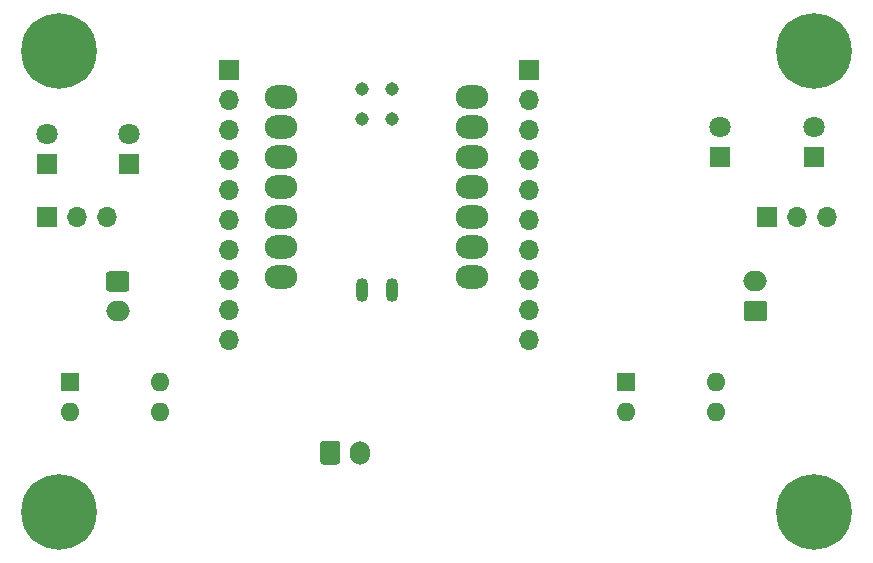
<source format=gbr>
%TF.GenerationSoftware,KiCad,Pcbnew,(5.1.9)-1*%
%TF.CreationDate,2022-06-16T11:17:04+09:00*%
%TF.ProjectId,Receiver,52656365-6976-4657-922e-6b696361645f,rev?*%
%TF.SameCoordinates,Original*%
%TF.FileFunction,Soldermask,Top*%
%TF.FilePolarity,Negative*%
%FSLAX46Y46*%
G04 Gerber Fmt 4.6, Leading zero omitted, Abs format (unit mm)*
G04 Created by KiCad (PCBNEW (5.1.9)-1) date 2022-06-16 11:17:04*
%MOMM*%
%LPD*%
G01*
G04 APERTURE LIST*
%ADD10C,0.800000*%
%ADD11C,6.400000*%
%ADD12R,1.700000X1.700000*%
%ADD13O,1.700000X1.700000*%
%ADD14O,1.700000X2.000000*%
%ADD15O,2.000000X1.700000*%
%ADD16R,1.600000X1.600000*%
%ADD17O,1.600000X1.600000*%
%ADD18R,1.800000X1.800000*%
%ADD19C,1.800000*%
%ADD20O,2.748280X1.998980*%
%ADD21O,1.016000X2.032000*%
%ADD22C,1.143000*%
G04 APERTURE END LIST*
D10*
%TO.C,REF\u002A\u002A*%
X150697056Y-146302944D03*
X149000000Y-145600000D03*
X147302944Y-146302944D03*
X146600000Y-148000000D03*
X147302944Y-149697056D03*
X149000000Y-150400000D03*
X150697056Y-149697056D03*
X151400000Y-148000000D03*
D11*
X149000000Y-148000000D03*
%TD*%
D10*
%TO.C,REF\u002A\u002A*%
X150697056Y-107302944D03*
X149000000Y-106600000D03*
X147302944Y-107302944D03*
X146600000Y-109000000D03*
X147302944Y-110697056D03*
X149000000Y-111400000D03*
X150697056Y-110697056D03*
X151400000Y-109000000D03*
D11*
X149000000Y-109000000D03*
%TD*%
D10*
%TO.C,REF\u002A\u002A*%
X86697056Y-107302944D03*
X85000000Y-106600000D03*
X83302944Y-107302944D03*
X82600000Y-109000000D03*
X83302944Y-110697056D03*
X85000000Y-111400000D03*
X86697056Y-110697056D03*
X87400000Y-109000000D03*
D11*
X85000000Y-109000000D03*
%TD*%
D10*
%TO.C,REF\u002A\u002A*%
X86697056Y-146302944D03*
X85000000Y-145600000D03*
X83302944Y-146302944D03*
X82600000Y-148000000D03*
X83302944Y-149697056D03*
X85000000Y-150400000D03*
X86697056Y-149697056D03*
X87400000Y-148000000D03*
D11*
X85000000Y-148000000D03*
%TD*%
D12*
%TO.C,J3*%
X99440000Y-110600000D03*
D13*
X99440000Y-113140000D03*
X99440000Y-115680000D03*
X99440000Y-118220000D03*
X99440000Y-120760000D03*
X99440000Y-123300000D03*
X99440000Y-125840000D03*
X99440000Y-128380000D03*
X99440000Y-130920000D03*
X99440000Y-133460000D03*
%TD*%
%TO.C,J4*%
X124840000Y-133460000D03*
X124840000Y-130920000D03*
X124840000Y-128380000D03*
X124840000Y-125840000D03*
X124840000Y-123300000D03*
X124840000Y-120760000D03*
X124840000Y-118220000D03*
X124840000Y-115680000D03*
X124840000Y-113140000D03*
D12*
X124840000Y-110600000D03*
%TD*%
%TO.C,J5*%
G36*
G01*
X107150000Y-143750000D02*
X107150000Y-142250000D01*
G75*
G02*
X107400000Y-142000000I250000J0D01*
G01*
X108600000Y-142000000D01*
G75*
G02*
X108850000Y-142250000I0J-250000D01*
G01*
X108850000Y-143750000D01*
G75*
G02*
X108600000Y-144000000I-250000J0D01*
G01*
X107400000Y-144000000D01*
G75*
G02*
X107150000Y-143750000I0J250000D01*
G01*
G37*
D14*
X110500000Y-143000000D03*
%TD*%
%TO.C,J6*%
G36*
G01*
X89250000Y-127650000D02*
X90750000Y-127650000D01*
G75*
G02*
X91000000Y-127900000I0J-250000D01*
G01*
X91000000Y-129100000D01*
G75*
G02*
X90750000Y-129350000I-250000J0D01*
G01*
X89250000Y-129350000D01*
G75*
G02*
X89000000Y-129100000I0J250000D01*
G01*
X89000000Y-127900000D01*
G75*
G02*
X89250000Y-127650000I250000J0D01*
G01*
G37*
D15*
X90000000Y-131000000D03*
%TD*%
D16*
%TO.C,U1*%
X86000000Y-137000000D03*
D17*
X93620000Y-139540000D03*
X86000000Y-139540000D03*
X93620000Y-137000000D03*
%TD*%
D18*
%TO.C,D1*%
X84000000Y-118540000D03*
D19*
X84000000Y-116000000D03*
%TD*%
%TO.C,D2*%
X91000000Y-116000000D03*
D18*
X91000000Y-118540000D03*
%TD*%
D12*
%TO.C,SW1*%
X84000000Y-123000000D03*
D13*
X86540000Y-123000000D03*
X89080000Y-123000000D03*
%TD*%
D20*
%TO.C,U2*%
X119997680Y-112882180D03*
X119997680Y-115422180D03*
X119997680Y-117962180D03*
X119997680Y-120502180D03*
X119997680Y-123042180D03*
X119997680Y-125582180D03*
X119997680Y-128122180D03*
X103833120Y-128122180D03*
X103833120Y-125582180D03*
X103833120Y-123042180D03*
X103833120Y-120502180D03*
X103833120Y-117962180D03*
X103833120Y-115422180D03*
X103833120Y-112882180D03*
D21*
X110700000Y-129200000D03*
X113250000Y-129200000D03*
D22*
X110698803Y-112195813D03*
X113238803Y-112195813D03*
X110698803Y-114735813D03*
X113238803Y-114735813D03*
%TD*%
D19*
%TO.C,D3*%
X141000000Y-115460000D03*
D18*
X141000000Y-118000000D03*
%TD*%
%TO.C,D4*%
X149000000Y-118000000D03*
D19*
X149000000Y-115460000D03*
%TD*%
%TO.C,J1*%
G36*
G01*
X144750000Y-131850000D02*
X143250000Y-131850000D01*
G75*
G02*
X143000000Y-131600000I0J250000D01*
G01*
X143000000Y-130400000D01*
G75*
G02*
X143250000Y-130150000I250000J0D01*
G01*
X144750000Y-130150000D01*
G75*
G02*
X145000000Y-130400000I0J-250000D01*
G01*
X145000000Y-131600000D01*
G75*
G02*
X144750000Y-131850000I-250000J0D01*
G01*
G37*
D15*
X144000000Y-128500000D03*
%TD*%
D12*
%TO.C,SW2*%
X145000000Y-123000000D03*
D13*
X147540000Y-123000000D03*
X150080000Y-123000000D03*
%TD*%
D16*
%TO.C,U3*%
X133000000Y-137000000D03*
D17*
X140620000Y-139540000D03*
X133000000Y-139540000D03*
X140620000Y-137000000D03*
%TD*%
M02*

</source>
